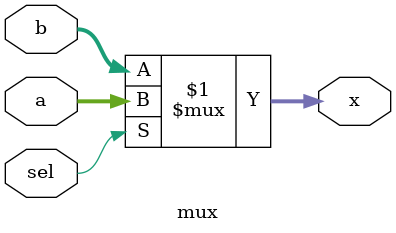
<source format=sv>
module mux (
  input wire  [5:0] a,
  input wire  [5:0] b,
  input wire        sel,
  output wire [5:0]  x
);
  assign x = sel ? a:b;
  
endmodule
  
  

</source>
